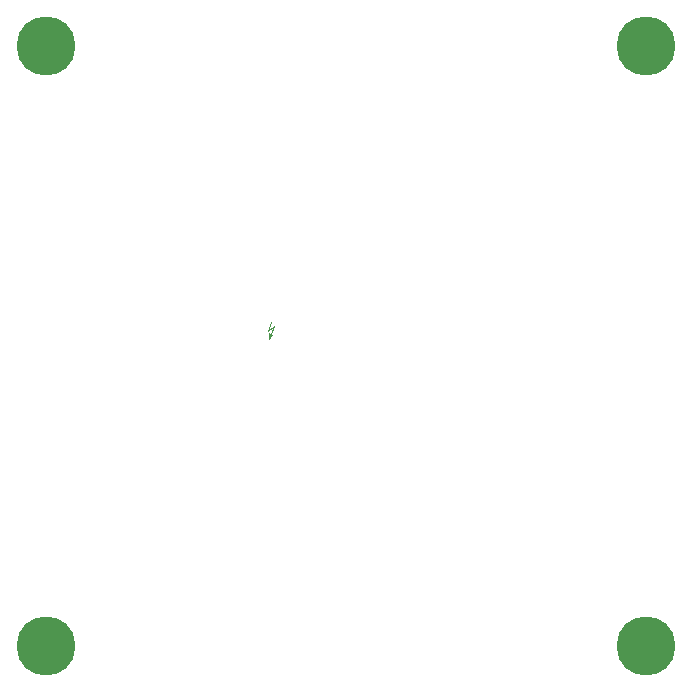
<source format=gtl>
G04 Layer: TopLayer*
G04 EasyEDA v6.5.34, 2023-08-21 18:11:39*
G04 7c8418cbede34b2c85e998ecb34685fd,5a6b42c53f6a479593ecc07194224c93,10*
G04 Gerber Generator version 0.2*
G04 Scale: 100 percent, Rotated: No, Reflected: No *
G04 Dimensions in millimeters *
G04 leading zeros omitted , absolute positions ,4 integer and 5 decimal *
%FSLAX45Y45*%
%MOMM*%

%ADD10C,0.1000*%
%ADD11C,5.0000*%

%LPD*%
G36*
X2266950Y3028950D02*
G01*
X2266950Y2965450D01*
X2305050Y3016250D01*
G37*
D10*
X2285989Y3124192D02*
G01*
X2260589Y3047992D01*
X2311389Y3086092D01*
X2285989Y3022592D01*
D11*
G01*
X380992Y5460992D03*
G01*
X380992Y380992D03*
G01*
X5460992Y380992D03*
G01*
X5460992Y5460992D03*
M02*

</source>
